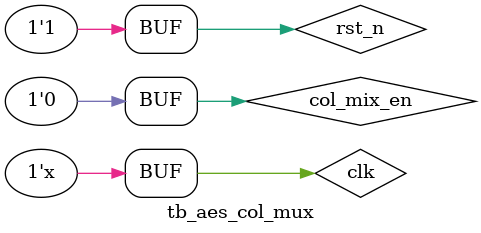
<source format=sv>
`timescale 1ns / 1ns
module tb_aes_col_mux ();
reg clk;
reg rst_n;
reg col_mix_en;
initial begin
    clk    = 1'b0;
    rst_n <= 1'b0;
    #30
    rst_n <= 1'b1;
    #100 
col_mix_en = 1;
#10
col_mix_en = 0;
end
always #5 clk=~clk;
wire [127:0]	out;

aes_col_mux u_aes_col_mux(
	//ports
	.clk        		( clk        		),
	.rst        		( ~rst_n        		),
	.in         		(128'hd4bf5d30050607080910111213141516),
	.col_mix_en 		( col_mix_en 		),
	.out        		(         		)
);

endmodule //tb_aes_col_mux
</source>
